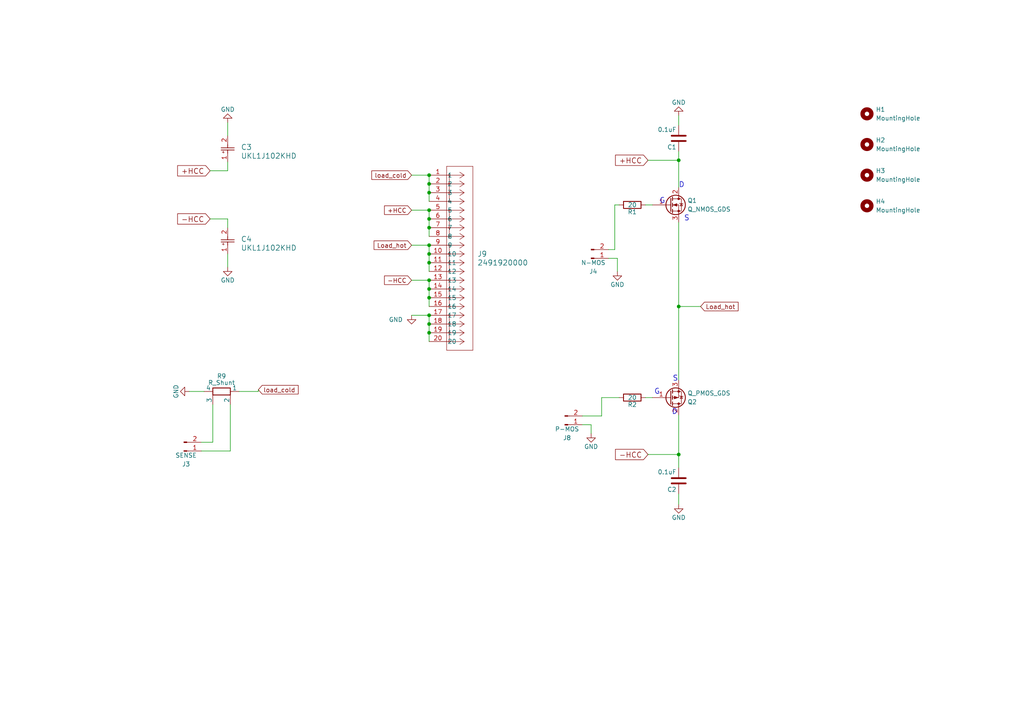
<source format=kicad_sch>
(kicad_sch (version 20230121) (generator eeschema)
  (paper "A4")
  (lib_symbols
    (symbol "Capacitors:UKL1J102KHD" (pin_names (offset 0.254))
      (property "Reference" "C" (at 3.81 3.81 0))
      (property "Value" "UKL1J102KHD" (at 3.81 -3.81 0))
      (symbol "UKL1J102KHD_1_1"
        (polyline (pts (xy 2.54 0) (xy 3.4798 0)) (stroke (width 0.2032)))
        (polyline (pts (xy 2.54 1.27) (xy 3.175 1.27)) (stroke (width 0.127)))
        (polyline (pts (xy 2.8575 1.5875) (xy 2.8575 0.9525)) (stroke (width 0.127)))
        (polyline (pts (xy 3.4798 -1.905) (xy 3.4798 1.905)) (stroke (width 0.2032)))
        (polyline (pts (xy 4.1148 -1.905) (xy 4.1148 1.905)) (stroke (width 0.2032)))
        (polyline (pts (xy 4.1148 0) (xy 5.08 0)) (stroke (width 0.2032)))
        (pin unspecified line (at 0 0 0) (length 2.54) (name "") (number "1"))
        (pin unspecified line (at 7.62 0 180) (length 2.54) (name "") (number "2"))
      )
      (symbol "UKL1J102KHD_1_2"
        (polyline (pts (xy -1.905 -4.1148) (xy 1.905 -4.1148)) (stroke (width 0.2032)))
        (polyline (pts (xy -1.905 -3.4798) (xy 1.905 -3.4798)) (stroke (width 0.2032)))
        (polyline (pts (xy 0 -4.1148) (xy 0 -5.08)) (stroke (width 0.2032)))
        (polyline (pts (xy 0 -2.54) (xy 0 -3.4798)) (stroke (width 0.2032)))
        (polyline (pts (xy 0.3175 -1.5875) (xy 0.9525 -1.5875)) (stroke (width 0.127)))
        (polyline (pts (xy 0.635 -1.27) (xy 0.635 -1.905)) (stroke (width 0.127)))
        (pin unspecified line (at 0 0 270) (length 2.54) (name "") (number "1"))
        (pin unspecified line (at 0 -7.62 90) (length 2.54) (name "") (number "2"))
      )
    )
    (symbol "Connector:2491920000" (pin_names (offset 0.254))
      (property "Reference" "J" (at 8.89 6.35 0))
      (property "Value" "2491920000" (at 0 0 0))
      (symbol "2491920000_0_1"
        (polyline (pts (xy 5.08 -50.8) (xy 12.7 -50.8)) (stroke (width 0.127)))
        (polyline (pts (xy 5.08 2.54) (xy 5.08 -50.8)) (stroke (width 0.127)))
        (polyline (pts (xy 5.842 -48.006) (xy 5.842 -45.974)) (stroke (width 0.127)))
        (polyline (pts (xy 5.842 -45.466) (xy 5.842 -43.434)) (stroke (width 0.127)))
        (polyline (pts (xy 5.842 -42.926) (xy 5.842 -40.894)) (stroke (width 0.127)))
        (polyline (pts (xy 5.842 -37.846) (xy 5.842 -35.814)) (stroke (width 0.127)))
        (polyline (pts (xy 5.842 -35.306) (xy 5.842 -33.274)) (stroke (width 0.127)))
        (polyline (pts (xy 5.842 -32.766) (xy 5.842 -30.734)) (stroke (width 0.127)))
        (polyline (pts (xy 5.842 -25.654) (xy 5.842 -27.686)) (stroke (width 0.127)))
        (polyline (pts (xy 5.842 -23.114) (xy 5.842 -25.146)) (stroke (width 0.127)))
        (polyline (pts (xy 5.842 -20.574) (xy 5.842 -22.606)) (stroke (width 0.127)))
        (polyline (pts (xy 5.842 -15.494) (xy 5.842 -17.526)) (stroke (width 0.127)))
        (polyline (pts (xy 5.842 -12.954) (xy 5.842 -14.986)) (stroke (width 0.127)))
        (polyline (pts (xy 5.842 -10.414) (xy 5.842 -12.446)) (stroke (width 0.127)))
        (polyline (pts (xy 5.842 -5.334) (xy 5.842 -7.366)) (stroke (width 0.127)))
        (polyline (pts (xy 5.842 -2.794) (xy 5.842 -4.826)) (stroke (width 0.127)))
        (polyline (pts (xy 5.842 -0.254) (xy 5.842 -2.286)) (stroke (width 0.127)))
        (polyline (pts (xy 10.16 -48.26) (xy 5.08 -48.26)) (stroke (width 0.127)))
        (polyline (pts (xy 10.16 -48.26) (xy 8.89 -49.1067)) (stroke (width 0.127)))
        (polyline (pts (xy 10.16 -48.26) (xy 8.89 -47.4133)) (stroke (width 0.127)))
        (polyline (pts (xy 10.16 -45.72) (xy 5.08 -45.72)) (stroke (width 0.127)))
        (polyline (pts (xy 10.16 -45.72) (xy 8.89 -46.5667)) (stroke (width 0.127)))
        (polyline (pts (xy 10.16 -45.72) (xy 8.89 -44.8733)) (stroke (width 0.127)))
        (polyline (pts (xy 10.16 -43.18) (xy 5.08 -43.18)) (stroke (width 0.127)))
        (polyline (pts (xy 10.16 -43.18) (xy 8.89 -44.0267)) (stroke (width 0.127)))
        (polyline (pts (xy 10.16 -43.18) (xy 8.89 -42.3333)) (stroke (width 0.127)))
        (polyline (pts (xy 10.16 -40.64) (xy 5.08 -40.64)) (stroke (width 0.127)))
        (polyline (pts (xy 10.16 -40.64) (xy 8.89 -41.4867)) (stroke (width 0.127)))
        (polyline (pts (xy 10.16 -40.64) (xy 8.89 -39.7933)) (stroke (width 0.127)))
        (polyline (pts (xy 10.16 -38.1) (xy 5.08 -38.1)) (stroke (width 0.127)))
        (polyline (pts (xy 10.16 -38.1) (xy 8.89 -38.9467)) (stroke (width 0.127)))
        (polyline (pts (xy 10.16 -38.1) (xy 8.89 -37.2533)) (stroke (width 0.127)))
        (polyline (pts (xy 10.16 -35.56) (xy 5.08 -35.56)) (stroke (width 0.127)))
        (polyline (pts (xy 10.16 -35.56) (xy 8.89 -36.4067)) (stroke (width 0.127)))
        (polyline (pts (xy 10.16 -35.56) (xy 8.89 -34.7133)) (stroke (width 0.127)))
        (polyline (pts (xy 10.16 -33.02) (xy 5.08 -33.02)) (stroke (width 0.127)))
        (polyline (pts (xy 10.16 -33.02) (xy 8.89 -33.8667)) (stroke (width 0.127)))
        (polyline (pts (xy 10.16 -33.02) (xy 8.89 -32.1733)) (stroke (width 0.127)))
        (polyline (pts (xy 10.16 -30.48) (xy 5.08 -30.48)) (stroke (width 0.127)))
        (polyline (pts (xy 10.16 -30.48) (xy 8.89 -31.3267)) (stroke (width 0.127)))
        (polyline (pts (xy 10.16 -30.48) (xy 8.89 -29.6333)) (stroke (width 0.127)))
        (polyline (pts (xy 10.16 -27.94) (xy 5.08 -27.94)) (stroke (width 0.127)))
        (polyline (pts (xy 10.16 -27.94) (xy 8.89 -28.7867)) (stroke (width 0.127)))
        (polyline (pts (xy 10.16 -27.94) (xy 8.89 -27.0933)) (stroke (width 0.127)))
        (polyline (pts (xy 10.16 -25.4) (xy 5.08 -25.4)) (stroke (width 0.127)))
        (polyline (pts (xy 10.16 -25.4) (xy 8.89 -26.2467)) (stroke (width 0.127)))
        (polyline (pts (xy 10.16 -25.4) (xy 8.89 -24.5533)) (stroke (width 0.127)))
        (polyline (pts (xy 10.16 -22.86) (xy 5.08 -22.86)) (stroke (width 0.127)))
        (polyline (pts (xy 10.16 -22.86) (xy 8.89 -23.7067)) (stroke (width 0.127)))
        (polyline (pts (xy 10.16 -22.86) (xy 8.89 -22.0133)) (stroke (width 0.127)))
        (polyline (pts (xy 10.16 -20.32) (xy 5.08 -20.32)) (stroke (width 0.127)))
        (polyline (pts (xy 10.16 -20.32) (xy 8.89 -21.1667)) (stroke (width 0.127)))
        (polyline (pts (xy 10.16 -20.32) (xy 8.89 -19.4733)) (stroke (width 0.127)))
        (polyline (pts (xy 10.16 -17.78) (xy 5.08 -17.78)) (stroke (width 0.127)))
        (polyline (pts (xy 10.16 -17.78) (xy 8.89 -18.6267)) (stroke (width 0.127)))
        (polyline (pts (xy 10.16 -17.78) (xy 8.89 -16.9333)) (stroke (width 0.127)))
        (polyline (pts (xy 10.16 -15.24) (xy 5.08 -15.24)) (stroke (width 0.127)))
        (polyline (pts (xy 10.16 -15.24) (xy 8.89 -16.0867)) (stroke (width 0.127)))
        (polyline (pts (xy 10.16 -15.24) (xy 8.89 -14.3933)) (stroke (width 0.127)))
        (polyline (pts (xy 10.16 -12.7) (xy 5.08 -12.7)) (stroke (width 0.127)))
        (polyline (pts (xy 10.16 -12.7) (xy 8.89 -13.5467)) (stroke (width 0.127)))
        (polyline (pts (xy 10.16 -12.7) (xy 8.89 -11.8533)) (stroke (width 0.127)))
        (polyline (pts (xy 10.16 -10.16) (xy 5.08 -10.16)) (stroke (width 0.127)))
        (polyline (pts (xy 10.16 -10.16) (xy 8.89 -11.0067)) (stroke (width 0.127)))
        (polyline (pts (xy 10.16 -10.16) (xy 8.89 -9.3133)) (stroke (width 0.127)))
        (polyline (pts (xy 10.16 -7.62) (xy 5.08 -7.62)) (stroke (width 0.127)))
        (polyline (pts (xy 10.16 -7.62) (xy 8.89 -8.4667)) (stroke (width 0.127)))
        (polyline (pts (xy 10.16 -7.62) (xy 8.89 -6.7733)) (stroke (width 0.127)))
        (polyline (pts (xy 10.16 -5.08) (xy 5.08 -5.08)) (stroke (width 0.127)))
        (polyline (pts (xy 10.16 -5.08) (xy 8.89 -5.9267)) (stroke (width 0.127)))
        (polyline (pts (xy 10.16 -5.08) (xy 8.89 -4.2333)) (stroke (width 0.127)))
        (polyline (pts (xy 10.16 -2.54) (xy 5.08 -2.54)) (stroke (width 0.127)))
        (polyline (pts (xy 10.16 -2.54) (xy 8.89 -3.3867)) (stroke (width 0.127)))
        (polyline (pts (xy 10.16 -2.54) (xy 8.89 -1.6933)) (stroke (width 0.127)))
        (polyline (pts (xy 10.16 0) (xy 5.08 0)) (stroke (width 0.127)))
        (polyline (pts (xy 10.16 0) (xy 8.89 -0.8467)) (stroke (width 0.127)))
        (polyline (pts (xy 10.16 0) (xy 8.89 0.8467)) (stroke (width 0.127)))
        (polyline (pts (xy 12.7 -50.8) (xy 12.7 2.54)) (stroke (width 0.127)))
        (polyline (pts (xy 12.7 2.54) (xy 5.08 2.54)) (stroke (width 0.127)))
        (circle (center 5.842 -48.26) (radius 0.254) (stroke (width 0.127)))
        (circle (center 5.842 -45.72) (radius 0.254) (stroke (width 0.127)))
        (circle (center 5.842 -43.18) (radius 0.254) (stroke (width 0.127)))
        (circle (center 5.842 -40.64) (radius 0.254) (stroke (width 0.127)))
        (circle (center 5.842 -38.1) (radius 0.254) (stroke (width 0.127)))
        (circle (center 5.842 -35.56) (radius 0.254) (stroke (width 0.127)))
        (circle (center 5.842 -33.02) (radius 0.254) (stroke (width 0.127)))
        (circle (center 5.842 -30.48) (radius 0.254) (stroke (width 0.127)))
        (circle (center 5.842 -27.94) (radius 0.254) (stroke (width 0.127)))
        (circle (center 5.842 -25.4) (radius 0.254) (stroke (width 0.127)))
        (circle (center 5.842 -22.86) (radius 0.254) (stroke (width 0.127)))
        (circle (center 5.842 -22.86) (radius 0.254) (stroke (width 0.127)))
        (circle (center 5.842 -20.32) (radius 0.254) (stroke (width 0.127)))
        (circle (center 5.842 -17.78) (radius 0.254) (stroke (width 0.127)))
        (circle (center 5.842 -15.24) (radius 0.254) (stroke (width 0.127)))
        (circle (center 5.842 -12.7) (radius 0.254) (stroke (width 0.127)))
        (circle (center 5.842 -12.7) (radius 0.254) (stroke (width 0.127)))
        (circle (center 5.842 -10.16) (radius 0.254) (stroke (width 0.127)))
        (circle (center 5.842 -7.62) (radius 0.254) (stroke (width 0.127)))
        (circle (center 5.842 -5.08) (radius 0.254) (stroke (width 0.127)))
        (circle (center 5.842 -2.54) (radius 0.254) (stroke (width 0.127)))
        (circle (center 5.842 -2.54) (radius 0.254) (stroke (width 0.127)))
        (circle (center 5.842 0) (radius 0.254) (stroke (width 0.127)))
        (pin unspecified line (at 0 0 0) (length 5.08) (name "1") (number "1"))
        (pin unspecified line (at 0 -22.86 0) (length 5.08) (name "10") (number "10"))
        (pin unspecified line (at 0 -25.4 0) (length 5.08) (name "11") (number "11"))
        (pin unspecified line (at 0 -27.94 0) (length 5.08) (name "12") (number "12"))
        (pin unspecified line (at 0 -30.48 0) (length 5.08) (name "13") (number "13"))
        (pin unspecified line (at 0 -33.02 0) (length 5.08) (name "14") (number "14"))
        (pin unspecified line (at 0 -35.56 0) (length 5.08) (name "15") (number "15"))
        (pin unspecified line (at 0 -38.1 0) (length 5.08) (name "16") (number "16"))
        (pin unspecified line (at 0 -40.64 0) (length 5.08) (name "17") (number "17"))
        (pin unspecified line (at 0 -43.18 0) (length 5.08) (name "18") (number "18"))
        (pin unspecified line (at 0 -45.72 0) (length 5.08) (name "19") (number "19"))
        (pin unspecified line (at 0 -2.54 0) (length 5.08) (name "2") (number "2"))
        (pin unspecified line (at 0 -48.26 0) (length 5.08) (name "20") (number "20"))
        (pin unspecified line (at 0 -5.08 0) (length 5.08) (name "3") (number "3"))
        (pin unspecified line (at 0 -7.62 0) (length 5.08) (name "4") (number "4"))
        (pin unspecified line (at 0 -10.16 0) (length 5.08) (name "5") (number "5"))
        (pin unspecified line (at 0 -12.7 0) (length 5.08) (name "6") (number "6"))
        (pin unspecified line (at 0 -15.24 0) (length 5.08) (name "7") (number "7"))
        (pin unspecified line (at 0 -17.78 0) (length 5.08) (name "8") (number "8"))
        (pin unspecified line (at 0 -20.32 0) (length 5.08) (name "9") (number "9"))
      )
    )
    (symbol "Connector:Conn_01x02_Pin" (pin_names (offset 1.016) hide)
      (property "Reference" "J" (at 0 2.54 0))
      (property "Value" "Conn_01x02_Pin" (at 0 -5.08 0))
      (symbol "Conn_01x02_Pin_1_1"
        (polyline (pts (xy 1.27 -2.54) (xy 0.8636 -2.54)) (stroke (width 0.1524)))
        (polyline (pts (xy 1.27 0) (xy 0.8636 0)) (stroke (width 0.1524)))
        (rectangle (start 0.8636 -2.413) (end 0 -2.667) (stroke (width 0.1524)) (fill (type outline)))
        (rectangle (start 0.8636 0.127) (end 0 -0.127) (stroke (width 0.1524)) (fill (type outline)))
        (pin passive line (at 5.08 0 180) (length 3.81) (name "Pin_1") (number "1"))
        (pin passive line (at 5.08 -2.54 180) (length 3.81) (name "Pin_2") (number "2"))
      )
    )
    (symbol "Mechanical:MountingHole" (pin_names (offset 1.016))
      (property "Reference" "H" (at 0 5.08 0))
      (property "Value" "MountingHole" (at 0 3.175 0))
      (symbol "MountingHole_0_1"
        (circle (center 0 0) (radius 1.27) (stroke (width 1.27)))
      )
    )
    (symbol "power:GND" (power) (pin_names (offset 0))
      (property "Value" "GND" (at 0 -3.81 0))
      (symbol "GND_0_1"
        (polyline (pts (xy 0 0) (xy 0 -1.27) (xy 1.27 -1.27) (xy 0 -2.54) (xy -1.27 -1.27) (xy 0 -1.27)))
      )
      (symbol "GND_1_1"
        (pin power_in line (at 0 0 270) (length 0) hide (name "GND") (number "1"))
      )
    )
    (symbol "rear-rescue:C-rear-rescue" (pin_numbers hide) (pin_names (offset 0.254))
      (property "Reference" "C" (at 0.635 2.54 0))
      (property "Value" "rear-rescue_C" (at 0.635 -2.54 0))
      (symbol "C-rear-rescue_0_1"
        (polyline (pts (xy -2.032 -0.762) (xy 2.032 -0.762)) (stroke (width 0.508)))
        (polyline (pts (xy -2.032 0.762) (xy 2.032 0.762)) (stroke (width 0.508)))
      )
      (symbol "C-rear-rescue_1_1"
        (pin passive line (at 0 3.81 270) (length 2.794) (name "~") (number "1"))
        (pin passive line (at 0 -3.81 90) (length 2.794) (name "~") (number "2"))
      )
    )
    (symbol "rear-rescue:GND-rear-rescue" (power) (pin_names (offset 0))
      (property "Value" "GND-rear-rescue" (at 0 -3.81 0))
      (symbol "GND-rear-rescue_0_1"
        (polyline (pts (xy 0 0) (xy 0 -1.27) (xy 1.27 -1.27) (xy 0 -2.54) (xy -1.27 -1.27) (xy 0 -1.27)))
      )
      (symbol "GND-rear-rescue_1_1"
        (pin power_in line (at 0 0 270) (length 0) hide (name "GND") (number "1"))
      )
    )
    (symbol "rear-rescue:Q_NMOS_GDS-rear-rescue" (pin_names (offset 0) hide)
      (property "Reference" "Q" (at 5.08 1.27 0))
      (property "Value" "rear-rescue_Q_NMOS_GDS" (at 5.08 -1.27 0))
      (symbol "Q_NMOS_GDS-rear-rescue_0_1"
        (polyline (pts (xy 0.0508 0) (xy 0.254 0)))
        (polyline (pts (xy 0.762 -1.778) (xy 2.54 -1.778)))
        (polyline (pts (xy 0.762 -1.27) (xy 0.762 -2.286)) (stroke (width 0.254)))
        (polyline (pts (xy 0.762 0) (xy 2.54 0)))
        (polyline (pts (xy 0.762 0.508) (xy 0.762 -0.508)) (stroke (width 0.254)))
        (polyline (pts (xy 0.762 1.778) (xy 2.54 1.778)))
        (polyline (pts (xy 0.762 2.286) (xy 0.762 1.27)) (stroke (width 0.254)))
        (polyline (pts (xy 2.54 -1.778) (xy 2.54 -2.54)))
        (polyline (pts (xy 2.54 -1.778) (xy 2.54 0)))
        (polyline (pts (xy 2.54 2.54) (xy 2.54 1.778)))
        (polyline (pts (xy 0.254 1.905) (xy 0.254 -1.905) (xy 0.254 -1.905)) (stroke (width 0.254)))
        (polyline (pts (xy 1.016 0) (xy 2.032 0.381) (xy 2.032 -0.381) (xy 1.016 0)) (fill (type outline)))
        (polyline (pts (xy 2.54 -1.778) (xy 3.302 -1.778) (xy 3.302 1.778) (xy 2.54 1.778)))
        (polyline (pts (xy 2.794 0.508) (xy 2.921 0.381) (xy 3.683 0.381) (xy 3.81 0.254)))
        (polyline (pts (xy 3.302 0.381) (xy 2.921 -0.254) (xy 3.683 -0.254) (xy 3.302 0.381)))
        (circle (center 1.651 0) (radius 2.8194) (stroke (width 0.254)))
        (circle (center 2.54 -1.778) (radius 0.2794) (fill (type outline)))
        (circle (center 2.54 1.778) (radius 0.2794) (fill (type outline)))
      )
      (symbol "Q_NMOS_GDS-rear-rescue_1_1"
        (pin input line (at -5.08 0 0) (length 5.08) (name "G") (number "1"))
        (pin passive line (at 2.54 5.08 270) (length 2.54) (name "D") (number "2"))
        (pin passive line (at 2.54 -5.08 90) (length 2.54) (name "S") (number "3"))
      )
    )
    (symbol "rear-rescue:Q_PMOS_GDS-rear-rescue" (pin_names (offset 0) hide)
      (property "Reference" "Q" (at 5.08 1.27 0))
      (property "Value" "rear-rescue_Q_PMOS_GDS" (at 5.08 -1.27 0))
      (symbol "Q_PMOS_GDS-rear-rescue_0_1"
        (polyline (pts (xy 0.0508 0) (xy 0.254 0)))
        (polyline (pts (xy 0.762 -1.778) (xy 2.54 -1.778)))
        (polyline (pts (xy 0.762 -1.27) (xy 0.762 -2.286)) (stroke (width 0.254)))
        (polyline (pts (xy 0.762 0) (xy 2.54 0)))
        (polyline (pts (xy 0.762 0.508) (xy 0.762 -0.508)) (stroke (width 0.254)))
        (polyline (pts (xy 0.762 1.778) (xy 2.54 1.778)))
        (polyline (pts (xy 0.762 2.286) (xy 0.762 1.27)) (stroke (width 0.254)))
        (polyline (pts (xy 2.54 -1.778) (xy 2.54 -2.54)))
        (polyline (pts (xy 2.54 -1.778) (xy 2.54 0)))
        (polyline (pts (xy 2.54 2.54) (xy 2.54 1.778)))
        (polyline (pts (xy 0.254 1.905) (xy 0.254 -1.905) (xy 0.254 -1.905)) (stroke (width 0.254)))
        (polyline (pts (xy 2.286 0) (xy 1.27 -0.381) (xy 1.27 0.381) (xy 2.286 0)) (fill (type outline)))
        (polyline (pts (xy 2.54 -1.778) (xy 3.302 -1.778) (xy 3.302 1.778) (xy 2.54 1.778)))
        (polyline (pts (xy 2.794 -0.508) (xy 2.921 -0.381) (xy 3.683 -0.381) (xy 3.81 -0.254)))
        (polyline (pts (xy 3.302 -0.381) (xy 2.921 0.254) (xy 3.683 0.254) (xy 3.302 -0.381)))
        (circle (center 1.651 0) (radius 2.8194) (stroke (width 0.254)))
        (circle (center 2.54 -1.778) (radius 0.2794) (fill (type outline)))
        (circle (center 2.54 1.778) (radius 0.2794) (fill (type outline)))
      )
      (symbol "Q_PMOS_GDS-rear-rescue_1_1"
        (pin input line (at -5.08 0 0) (length 5.08) (name "G") (number "1"))
        (pin passive line (at 2.54 5.08 270) (length 2.54) (name "D") (number "2"))
        (pin passive line (at 2.54 -5.08 90) (length 2.54) (name "S") (number "3"))
      )
    )
    (symbol "rear-rescue:R-rear-rescue" (pin_numbers hide) (pin_names (offset 0))
      (property "Reference" "R" (at 2.032 0 90))
      (property "Value" "rear-rescue_R" (at 0 0 90))
      (symbol "R-rear-rescue_0_1"
        (rectangle (start -1.016 -2.54) (end 1.016 2.54) (stroke (width 0.254)))
      )
      (symbol "R-rear-rescue_1_1"
        (pin passive line (at 0 3.81 270) (length 1.27) (name "~") (number "1"))
        (pin passive line (at 0 -3.81 90) (length 1.27) (name "~") (number "2"))
      )
    )
    (symbol "rear-rescue:R_Shunt-rear-rescue" (pin_numbers hide) (pin_names (offset 0))
      (property "Reference" "R" (at -4.445 0 90))
      (property "Value" "rear-rescue_R_Shunt" (at -2.54 0 90))
      (symbol "R_Shunt-rear-rescue_0_1"
        (rectangle (start -1.016 -2.54) (end 1.016 2.54) (stroke (width 0.254)))
        (polyline (pts (xy 0 -2.54) (xy 1.27 -2.54)))
        (polyline (pts (xy 1.27 2.54) (xy 0 2.54)))
      )
      (symbol "R_Shunt-rear-rescue_1_1"
        (pin passive line (at 0 5.08 270) (length 2.54) (name "1") (number "1"))
        (pin passive line (at 3.81 2.54 180) (length 2.54) (name "2") (number "2"))
        (pin passive line (at 3.81 -2.54 180) (length 2.54) (name "3") (number "3"))
        (pin passive line (at 0 -5.08 90) (length 2.54) (name "4") (number "4"))
      )
    )
  )
  (junction (at 124.46 60.96))
  (junction (at 124.46 73.66))
  (junction (at 124.46 93.98))
  (junction (at 124.46 71.12))
  (junction (at 196.85 46.482))
  (junction (at 196.85 88.9))
  (junction (at 124.46 83.82))
  (junction (at 124.46 53.34))
  (junction (at 124.46 86.36))
  (junction (at 124.46 81.28))
  (junction (at 124.46 96.52))
  (junction (at 124.46 91.44))
  (junction (at 196.85 131.826))
  (junction (at 124.46 55.88))
  (junction (at 124.46 76.2))
  (junction (at 124.46 66.04))
  (junction (at 124.46 63.5))
  (junction (at 124.46 50.8))
  (wire (pts (xy 124.46 86.36) (xy 124.46 88.9)))
  (wire (pts (xy 124.46 63.5) (xy 124.46 66.04)))
  (wire (pts (xy 66.04 49.53) (xy 66.04 46.99)))
  (wire (pts (xy 124.46 60.96) (xy 124.46 63.5)))
  (wire (pts (xy 196.85 146.304) (xy 196.85 143.256)))
  (wire (pts (xy 196.85 88.9) (xy 203.2 88.9)))
  (wire (pts (xy 58.42 130.81) (xy 66.802 130.81)))
  (wire (pts (xy 69.342 113.538) (xy 74.93 113.538)))
  (wire (pts (xy 124.46 81.28) (xy 124.46 83.82)))
  (wire (pts (xy 60.96 49.53) (xy 66.04 49.53)))
  (wire (pts (xy 187.96 131.826) (xy 196.85 131.826)))
  (wire (pts (xy 124.46 66.04) (xy 124.46 68.58)))
  (wire (pts (xy 66.04 35.56) (xy 66.04 39.37)))
  (wire (pts (xy 196.85 43.942) (xy 196.85 46.482)))
  (wire (pts (xy 187.198 59.436) (xy 189.23 59.436)))
  (wire (pts (xy 196.85 88.9) (xy 196.85 110.236)))
  (wire (pts (xy 124.46 96.52) (xy 124.46 99.06)))
  (wire (pts (xy 176.53 74.93) (xy 179.07 74.93)))
  (wire (pts (xy 124.46 53.34) (xy 124.46 55.88)))
  (wire (pts (xy 124.46 93.98) (xy 124.46 96.52)))
  (wire (pts (xy 66.802 117.348) (xy 66.802 130.81)))
  (wire (pts (xy 124.46 91.44) (xy 124.46 93.98)))
  (wire (pts (xy 66.04 63.5) (xy 66.04 66.04)))
  (wire (pts (xy 168.91 123.19) (xy 171.45 123.19)))
  (wire (pts (xy 178.308 59.436) (xy 178.308 72.39)))
  (wire (pts (xy 196.85 131.826) (xy 196.85 135.636)))
  (wire (pts (xy 119.38 91.44) (xy 124.46 91.44)))
  (wire (pts (xy 124.46 76.2) (xy 124.46 78.74)))
  (wire (pts (xy 124.46 71.12) (xy 124.46 73.66)))
  (wire (pts (xy 196.85 120.396) (xy 196.85 131.826)))
  (wire (pts (xy 74.93 113.538) (xy 74.93 113.03)))
  (wire (pts (xy 59.182 113.538) (xy 54.864 113.538)))
  (wire (pts (xy 171.45 123.19) (xy 171.45 125.73)))
  (wire (pts (xy 124.46 73.66) (xy 124.46 76.2)))
  (wire (pts (xy 187.96 46.482) (xy 196.85 46.482)))
  (wire (pts (xy 196.85 64.516) (xy 196.85 88.9)))
  (wire (pts (xy 174.498 115.316) (xy 174.498 120.65)))
  (wire (pts (xy 60.96 63.5) (xy 66.04 63.5)))
  (wire (pts (xy 66.04 73.66) (xy 66.04 77.47)))
  (wire (pts (xy 179.578 115.316) (xy 174.498 115.316)))
  (wire (pts (xy 61.722 117.348) (xy 61.722 128.27)))
  (wire (pts (xy 119.38 81.28) (xy 124.46 81.28)))
  (wire (pts (xy 196.85 46.482) (xy 196.85 54.356)))
  (wire (pts (xy 124.46 83.82) (xy 124.46 86.36)))
  (wire (pts (xy 124.46 50.8) (xy 124.46 53.34)))
  (wire (pts (xy 168.91 120.65) (xy 174.498 120.65)))
  (wire (pts (xy 179.578 59.436) (xy 178.308 59.436)))
  (wire (pts (xy 119.38 71.12) (xy 124.46 71.12)))
  (wire (pts (xy 124.46 55.88) (xy 124.46 58.42)))
  (wire (pts (xy 196.85 36.322) (xy 196.85 33.528)))
  (wire (pts (xy 179.07 74.93) (xy 179.07 78.74)))
  (wire (pts (xy 119.38 60.96) (xy 124.46 60.96)))
  (wire (pts (xy 176.53 72.39) (xy 178.308 72.39)))
  (wire (pts (xy 187.198 115.316) (xy 189.23 115.316)))
  (wire (pts (xy 58.42 128.27) (xy 61.722 128.27)))
  (wire (pts (xy 119.38 50.8) (xy 124.46 50.8)))
  (text "S" (at 195.072 110.744 0) (effects (font (size 1.524 1.524)) (justify left bottom)))
  (text "D" (at 194.818 120.396 0) (effects (font (size 1.524 1.524)) (justify left bottom)))
  (text "G" (at 191.262 59.182 0) (effects (font (size 1.524 1.524)) (justify left bottom)))
  (text "G" (at 189.738 114.554 0) (effects (font (size 1.524 1.524)) (justify left bottom)))
  (text "S" (at 198.374 64.262 0) (effects (font (size 1.524 1.524)) (justify left bottom)))
  (text "D" (at 196.85 54.61 0) (effects (font (size 1.524 1.524)) (justify left bottom)))
  (global_label "Load_hot" (shape input) (at 203.2 88.9 0) (property "Intersheetrefs" "${INTERSHEET_REFS}" (effects hide)))
  (global_label "+HCC" (shape input) (at 187.96 46.482 180) (effects (font (size 1.524 1.524))) (property "Intersheetrefs" "${INTERSHEET_REFS}" (effects hide)))
  (global_label "-HCC" (shape input) (at 187.96 131.826 180) (effects (font (size 1.524 1.524))) (property "Intersheetrefs" "${INTERSHEET_REFS}" (effects hide)))
  (global_label "+HCC" (shape input) (at 119.38 60.96 180) (property "Intersheetrefs" "${INTERSHEET_REFS}" (effects hide)))
  (global_label "load_cold" (shape input) (at 119.38 50.8 180) (property "Intersheetrefs" "${INTERSHEET_REFS}" (effects hide)))
  (global_label "Load_hot" (shape input) (at 119.38 71.12 180) (property "Intersheetrefs" "${INTERSHEET_REFS}" (effects hide)))
  (global_label "-HCC" (shape input) (at 60.96 63.5 180) (effects (font (size 1.524 1.524))) (property "Intersheetrefs" "${INTERSHEET_REFS}" (effects hide)))
  (global_label "-HCC" (shape input) (at 119.38 81.28 180) (property "Intersheetrefs" "${INTERSHEET_REFS}" (effects hide)))
  (global_label "+HCC" (shape input) (at 60.96 49.53 180) (effects (font (size 1.524 1.524))) (property "Intersheetrefs" "${INTERSHEET_REFS}" (effects hide)))
  (global_label "load_cold" (shape input) (at 74.93 113.03 0) (property "Intersheetrefs" "${INTERSHEET_REFS}" (effects hide)))
  (symbol (lib_id "rear-rescue:C-rear-rescue") (at 196.85 40.132 180) (unit 1)
    (property "Reference" "C1" (at 196.215 42.672 0) (effects (justify left)))
    (property "Value" "0.1uF" (at 196.215 37.592 0) (effects (justify left)))
    (property "Footprint" "Capacitor_SMD:C_0603_1608Metric" (effects hide))
    (property "DIGIKEY PARTNO" "399-6853-1-ND" (effects hide))
    (property "MPN" "C0603C104J5RACAUTO" (effects hide))
  )
  (symbol (lib_id "rear-rescue:GND-rear-rescue") (at 196.85 33.528 180) (unit 1)
    (property "Reference" "#PWR03" (effects hide))
    (property "Value" "GND" (at 196.85 29.718 0))
  )
  (symbol (lib_id "rear-rescue:C-rear-rescue") (at 196.85 139.446 180) (unit 1)
    (property "Reference" "C2" (at 196.215 141.986 0) (effects (justify left)))
    (property "Value" "0.1uF" (at 196.215 136.906 0) (effects (justify left)))
    (property "Footprint" "Capacitor_SMD:C_0603_1608Metric" (effects hide))
    (property "DIGIKEY PARTNO" "399-6853-1-ND" (effects hide))
    (property "MPN" "C0603C104J5RACAUTO" (effects hide))
  )
  (symbol (lib_id "rear-rescue:GND-rear-rescue") (at 196.85 146.304 0) (unit 1)
    (property "Reference" "#PWR04" (effects hide))
    (property "Value" "GND" (at 196.85 150.114 0))
  )
  (symbol (lib_id "rear-rescue:Q_NMOS_GDS-rear-rescue") (at 194.31 59.436 0) (unit 1)
    (property "Reference" "Q1" (at 199.39 58.166 0) (effects (justify left)))
    (property "Value" "Q_NMOS_GDS" (at 199.39 60.706 0) (effects (justify left)))
    (property "Footprint" "zmyfootprint:PowerMOS" (effects hide))
    (property "DIGIKEY PARTNO" "IXFN520N075T2-ND" (effects hide))
  )
  (symbol (lib_id "rear-rescue:Q_PMOS_GDS-rear-rescue") (at 194.31 115.316 0) (mirror x) (unit 1)
    (property "Reference" "Q2" (at 199.39 116.586 0) (effects (justify left)))
    (property "Value" "Q_PMOS_GDS" (at 199.39 114.046 0) (effects (justify left)))
    (property "Footprint" "zmyfootprint:PowerMOS" (effects hide))
    (property "DIGIKEY PARTNO" "IXTN170P10P-ND" (effects hide))
  )
  (symbol (lib_id "rear-rescue:R_Shunt-rear-rescue") (at 64.262 113.538 270) (unit 1)
    (property "Reference" "R9" (at 64.262 109.093 90))
    (property "Value" "R_Shunt" (at 64.262 110.998 90))
    (property "Footprint" "Resistor_THT:SIP-4-ShuntResistor-Riedon" (effects hide))
  )
  (symbol (lib_id "rear-rescue:GND-rear-rescue") (at 54.864 113.538 270) (unit 1)
    (property "Reference" "#PWR05" (effects hide))
    (property "Value" "GND" (at 51.054 113.538 0))
  )
  (symbol (lib_id "rear-rescue:GND-rear-rescue") (at 66.04 35.56 180) (unit 1)
    (property "Reference" "#PWR06" (effects hide))
    (property "Value" "GND" (at 66.04 31.75 0))
  )
  (symbol (lib_id "rear-rescue:GND-rear-rescue") (at 66.04 77.47 0) (unit 1)
    (property "Reference" "#PWR08" (effects hide))
    (property "Value" "GND" (at 66.04 81.28 0))
  )
  (symbol (lib_id "rear-rescue:R-rear-rescue") (at 183.388 59.436 270) (unit 1)
    (property "Reference" "R1" (at 183.388 61.468 90))
    (property "Value" "20" (at 183.388 59.436 90))
    (property "Footprint" "Resistor_SMD:R_0603_1608Metric_Pad0.98x0.95mm_HandSolder" (effects hide))
    (property "DIGIKEY PARTNO" "P20.00BYCT-ND" (effects hide))
  )
  (symbol (lib_id "rear-rescue:R-rear-rescue") (at 183.388 115.316 270) (unit 1)
    (property "Reference" "R2" (at 183.388 117.348 90))
    (property "Value" "20" (at 183.388 115.316 90))
    (property "Footprint" "Resistor_SMD:R_0603_1608Metric_Pad0.98x0.95mm_HandSolder" (effects hide))
    (property "DIGIKEY PARTNO" "P20.00BYCT-ND" (effects hide))
  )
  (symbol (lib_id "Mechanical:MountingHole") (at 251.46 50.8 0) (unit 1)
    (property "Reference" "H3" (at 254 49.53 0) (effects (justify left)))
    (property "Value" "MountingHole" (at 254 52.07 0) (effects (justify left)))
    (property "Footprint" "MountingHole:MountingHole_4mm" (effects hide))
  )
  (symbol (lib_id "power:GND") (at 119.38 91.44 0) (mirror y) (unit 1)
    (property "Reference" "#PWR01" (effects hide))
    (property "Value" "GND" (at 116.84 92.71 0) (effects (justify left)))
  )
  (symbol (lib_id "Capacitors:UKL1J102KHD") (at 66.04 46.99 90) (unit 1)
    (property "Reference" "C3" (at 69.85 42.6847 90) (effects (font (size 1.524 1.524)) (justify right)))
    (property "Value" "UKL1J102KHD" (at 69.85 45.2247 90) (effects (font (size 1.524 1.524)) (justify right)))
    (property "Footprint" "CAP_UBY_18X35P5_NCH" (effects hide))
    (property "Datasheet" "UKL1J102KHD" (effects hide))
  )
  (symbol (lib_id "Connector:Conn_01x02_Pin") (at 53.34 130.81 0) (mirror x) (unit 1)
    (property "Reference" "J3" (at 53.975 134.62 0))
    (property "Value" "SENSE" (at 53.975 132.08 0))
    (property "Footprint" "Connector_PinHeader_2.54mm:PinHeader_1x02_P2.54mm_Vertical" (effects hide))
  )
  (symbol (lib_id "Connector:2491920000") (at 124.46 50.8 0) (unit 1)
    (property "Reference" "J9" (at 138.43 73.66 0) (effects (font (size 1.524 1.524)) (justify left)))
    (property "Value" "2491920000" (at 138.43 76.2 0) (effects (font (size 1.524 1.524)) (justify left)))
    (property "Footprint" "CONN_249192" (effects hide))
    (property "Datasheet" "2491920000" (effects hide))
  )
  (symbol (lib_id "rear-rescue:GND-rear-rescue") (at 171.45 125.73 0) (unit 1)
    (property "Reference" "#PWR010" (effects hide))
    (property "Value" "GND" (at 171.45 129.54 0))
  )
  (symbol (lib_id "Capacitors:UKL1J102KHD") (at 66.04 73.66 90) (unit 1)
    (property "Reference" "C4" (at 69.85 69.3547 90) (effects (font (size 1.524 1.524)) (justify right)))
    (property "Value" "UKL1J102KHD" (at 69.85 71.8947 90) (effects (font (size 1.524 1.524)) (justify right)))
    (property "Footprint" "CAP_UBY_18X35P5_NCH" (effects hide))
    (property "Datasheet" "UKL1J102KHD" (effects hide))
  )
  (symbol (lib_id "Mechanical:MountingHole") (at 251.46 41.91 0) (unit 1)
    (property "Reference" "H2" (at 254 40.64 0) (effects (justify left)))
    (property "Value" "MountingHole" (at 254 43.18 0) (effects (justify left)))
    (property "Footprint" "MountingHole:MountingHole_4mm" (effects hide))
  )
  (symbol (lib_id "Mechanical:MountingHole") (at 251.46 59.69 0) (unit 1)
    (property "Reference" "H4" (at 254 58.42 0) (effects (justify left)))
    (property "Value" "MountingHole" (at 254 60.96 0) (effects (justify left)))
    (property "Footprint" "MountingHole:MountingHole_4mm" (effects hide))
  )
  (symbol (lib_id "Mechanical:MountingHole") (at 251.46 33.02 0) (unit 1)
    (property "Reference" "H1" (at 254 31.75 0) (effects (justify left)))
    (property "Value" "MountingHole" (at 254 34.29 0) (effects (justify left)))
    (property "Footprint" "MountingHole:MountingHole_4mm" (effects hide))
  )
  (symbol (lib_id "rear-rescue:GND-rear-rescue") (at 179.07 78.74 0) (unit 1)
    (property "Reference" "#PWR09" (effects hide))
    (property "Value" "GND" (at 179.07 82.55 0))
  )
  (symbol (lib_id "Connector:Conn_01x02_Pin") (at 171.45 74.93 0) (mirror x) (unit 1)
    (property "Reference" "J4" (at 172.085 78.74 0))
    (property "Value" "N-MOS" (at 172.085 76.2 0))
    (property "Footprint" "Connector_PinHeader_2.54mm:PinHeader_1x02_P2.54mm_Vertical" (effects hide))
  )
  (symbol (lib_id "Connector:Conn_01x02_Pin") (at 163.83 123.19 0) (mirror x) (unit 1)
    (property "Reference" "J8" (at 164.465 127 0))
    (property "Value" "P-MOS" (at 164.465 124.46 0))
    (property "Footprint" "Connector_PinHeader_2.54mm:PinHeader_1x02_P2.54mm_Vertical" (effects hide))
  )
)
</source>
